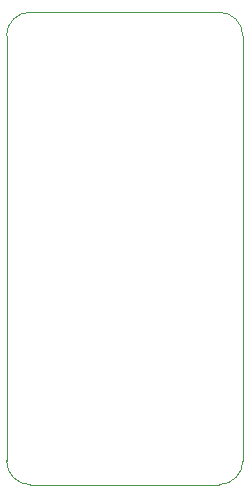
<source format=gm1>
G04 #@! TF.GenerationSoftware,KiCad,Pcbnew,(5.0.0)*
G04 #@! TF.CreationDate,2018-09-15T21:58:09+09:00*
G04 #@! TF.ProjectId,Nixie_Module_IN-12,4E697869655F4D6F64756C655F494E2D,rev?*
G04 #@! TF.SameCoordinates,Original*
G04 #@! TF.FileFunction,Profile,NP*
%FSLAX46Y46*%
G04 Gerber Fmt 4.6, Leading zero omitted, Abs format (unit mm)*
G04 Created by KiCad (PCBNEW (5.0.0)) date 09/15/18 21:58:09*
%MOMM*%
%LPD*%
G01*
G04 APERTURE LIST*
%ADD10C,0.100000*%
G04 APERTURE END LIST*
D10*
X89262000Y-64187999D02*
X89262000Y-100188000D01*
X71262000Y-102188000D02*
G75*
G02X69262000Y-100188000I0J2000000D01*
G01*
X87262000Y-102188000D02*
X71262000Y-102188000D01*
X69262000Y-100188000D02*
X69262000Y-64187999D01*
X89262000Y-100188000D02*
G75*
G02X87262000Y-102188000I-2000000J0D01*
G01*
X87262000Y-62187999D02*
G75*
G02X89262000Y-64187999I0J-2000000D01*
G01*
X71262000Y-62187999D02*
X87262000Y-62187999D01*
X69262000Y-64187999D02*
G75*
G02X71262000Y-62187999I2000000J0D01*
G01*
M02*

</source>
